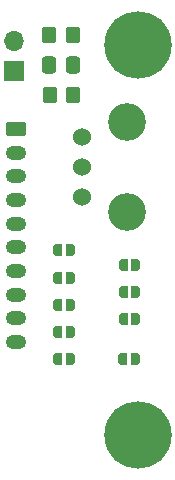
<source format=gbs>
G04 #@! TF.GenerationSoftware,KiCad,Pcbnew,(6.0.1)*
G04 #@! TF.CreationDate,2022-07-05T01:19:31-07:00*
G04 #@! TF.ProjectId,mu100-dit,6d753130-302d-4646-9974-2e6b69636164,rev?*
G04 #@! TF.SameCoordinates,PX4a25ef0PY4c3f880*
G04 #@! TF.FileFunction,Soldermask,Bot*
G04 #@! TF.FilePolarity,Negative*
%FSLAX46Y46*%
G04 Gerber Fmt 4.6, Leading zero omitted, Abs format (unit mm)*
G04 Created by KiCad (PCBNEW (6.0.1)) date 2022-07-05 01:19:31*
%MOMM*%
%LPD*%
G01*
G04 APERTURE LIST*
G04 Aperture macros list*
%AMRoundRect*
0 Rectangle with rounded corners*
0 $1 Rounding radius*
0 $2 $3 $4 $5 $6 $7 $8 $9 X,Y pos of 4 corners*
0 Add a 4 corners polygon primitive as box body*
4,1,4,$2,$3,$4,$5,$6,$7,$8,$9,$2,$3,0*
0 Add four circle primitives for the rounded corners*
1,1,$1+$1,$2,$3*
1,1,$1+$1,$4,$5*
1,1,$1+$1,$6,$7*
1,1,$1+$1,$8,$9*
0 Add four rect primitives between the rounded corners*
20,1,$1+$1,$2,$3,$4,$5,0*
20,1,$1+$1,$4,$5,$6,$7,0*
20,1,$1+$1,$6,$7,$8,$9,0*
20,1,$1+$1,$8,$9,$2,$3,0*%
%AMFreePoly0*
4,1,13,0.500000,-0.500000,0.000000,-0.500000,-0.095671,-0.480970,-0.176777,-0.426777,-0.230970,-0.345671,-0.250000,-0.250000,-0.250000,0.250000,-0.230970,0.345671,-0.176777,0.426777,-0.095671,0.480970,0.000000,0.500000,0.500000,0.500000,0.500000,-0.500000,0.500000,-0.500000,$1*%
G04 Aperture macros list end*
%ADD10RoundRect,0.250000X-0.625000X0.350000X-0.625000X-0.350000X0.625000X-0.350000X0.625000X0.350000X0*%
%ADD11O,1.750000X1.200000*%
%ADD12C,5.700000*%
%ADD13C,3.600000*%
%ADD14C,3.200000*%
%ADD15C,1.524000*%
%ADD16R,1.700000X1.700000*%
%ADD17O,1.700000X1.700000*%
%ADD18FreePoly0,0.000000*%
%ADD19FreePoly0,180.000000*%
%ADD20RoundRect,0.250000X0.350000X0.450000X-0.350000X0.450000X-0.350000X-0.450000X0.350000X-0.450000X0*%
%ADD21RoundRect,0.250000X-0.350000X-0.450000X0.350000X-0.450000X0.350000X0.450000X-0.350000X0.450000X0*%
%ADD22RoundRect,0.250000X0.337500X0.475000X-0.337500X0.475000X-0.337500X-0.475000X0.337500X-0.475000X0*%
G04 APERTURE END LIST*
D10*
X3280000Y-10620000D03*
D11*
X3280000Y-12620000D03*
X3280000Y-14620000D03*
X3280000Y-16620000D03*
X3280000Y-18620000D03*
X3280000Y-20620000D03*
X3280000Y-22620000D03*
X3280000Y-24620000D03*
X3280000Y-26620000D03*
X3280000Y-28620000D03*
D12*
X13600000Y-3500000D03*
D13*
X13600000Y-3500000D03*
D14*
X12680000Y-10040000D03*
X12680000Y-17660000D03*
D15*
X8870000Y-11310000D03*
X8870000Y-13850000D03*
X8870000Y-16390000D03*
D12*
X13600000Y-36500000D03*
D13*
X13600000Y-36500000D03*
D16*
X3160000Y-5723000D03*
D17*
X3160000Y-3183000D03*
D18*
X6710000Y-25490000D03*
D19*
X8010000Y-25490000D03*
D20*
X8150000Y-7758000D03*
X6150000Y-7758000D03*
D18*
X6710000Y-30080000D03*
D19*
X8010000Y-30080000D03*
D18*
X6710000Y-23195000D03*
D19*
X8010000Y-23195000D03*
D18*
X12280000Y-22115000D03*
D19*
X13580000Y-22115000D03*
D18*
X6710000Y-20870000D03*
D19*
X8010000Y-20870000D03*
D18*
X12280000Y-24410000D03*
D19*
X13580000Y-24410000D03*
D18*
X12230000Y-30080000D03*
D19*
X13530000Y-30080000D03*
D21*
X6100000Y-2638000D03*
X8100000Y-2638000D03*
D22*
X8167500Y-5198000D03*
X6092500Y-5198000D03*
D18*
X12280000Y-26705000D03*
D19*
X13580000Y-26705000D03*
D18*
X6710000Y-27785000D03*
D19*
X8010000Y-27785000D03*
M02*

</source>
